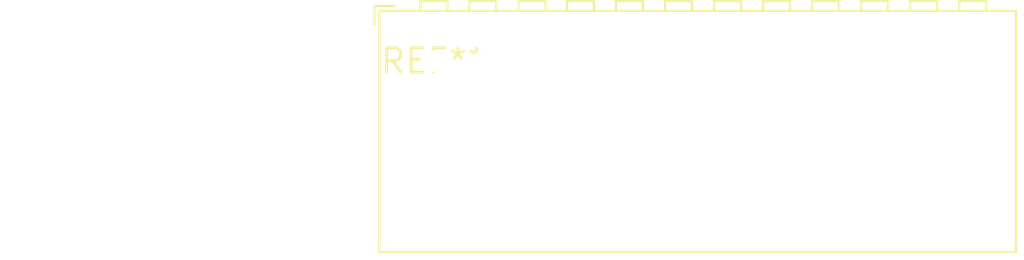
<source format=kicad_pcb>
(kicad_pcb (version 20240108) (generator pcbnew)
  (layers (0 "F.Cu" signal) (31 "B.Cu" signal) (34 "B.Paste" user) (35 "F.Paste" user) (36 "B.SilkS" user "B.Silkscreen") (37 "F.SilkS" user "F.Silkscreen") (38 "B.Mask" user) (39 "F.Mask" user) (44 "Edge.Cuts" user))
  (net 0 "")
  (footprint "TerminalBlock_WAGO_233-512_2x12_P2.54mm" (layer "F.Cu") (at 0 0)
    (property "Reference" "REF**")
    (property "Value" "TerminalBlock_WAGO_233-512_2x12_P2.54mm")
    (fp_line (start -3.05 -2.85) (end -3.05 -1.85) (layer "F.SilkS") (stroke (width 0.12)))
    (fp_line (start -3.05 -2.85) (end -2 -2.85) (layer "F.SilkS") (stroke (width 0.12)))
    (fp_line (start -2.8 -2.6) (end 30.18 -2.6) (layer "F.SilkS") (stroke (width 0.12)))
    (fp_line (start -2.8 9.9) (end -2.8 -2.6) (layer "F.SilkS") (stroke (width 0.12)))
    (fp_line (start 30.18 -2.6) (end 30.18 9.9) (layer "F.SilkS") (stroke (width 0.12)))
    (fp_line (start 30.18 9.9) (end -2.8 9.9) (layer "F.SilkS") (stroke (width 0.12)))
    (fp_rect (start -0.67 -3.1) (end 0.73 -2.6) (layer "F.SilkS") (stroke (width 0.12)) (fill none))
    (fp_rect (start 1.87 -3.1) (end 3.27 -2.6) (layer "F.SilkS") (stroke (width 0.12)) (fill none))
    (fp_rect (start 4.41 -3.1) (end 5.81 -2.6) (layer "F.SilkS") (stroke (width 0.12)) (fill none))
    (fp_rect (start 6.92 -3.1) (end 8.32 -2.6) (layer "F.SilkS") (stroke (width 0.12)) (fill none))
    (fp_rect (start 9.46 -3.100919) (end 10.86 -2.600919) (layer "F.SilkS") (stroke (width 0.12)) (fill none))
    (fp_rect (start 12 -3.100564) (end 13.4 -2.600564) (layer "F.SilkS") (stroke (width 0.12)) (fill none))
    (fp_rect (start 14.54 -3.1) (end 15.94 -2.6) (layer "F.SilkS") (stroke (width 0.12)) (fill none))
    (fp_rect (start 17.08 -3.1) (end 18.48 -2.6) (layer "F.SilkS") (stroke (width 0.12)) (fill none))
    (fp_rect (start 19.62 -3.1) (end 21.02 -2.6) (layer "F.SilkS") (stroke (width 0.12)) (fill none))
    (fp_rect (start 22.16 -3.1) (end 23.56 -2.6) (layer "F.SilkS") (stroke (width 0.12)) (fill none))
    (fp_rect (start 24.7 -3.1) (end 26.1 -2.6) (layer "F.SilkS") (stroke (width 0.12)) (fill none))
    (fp_rect (start 27.24 -3.1) (end 28.64 -2.6) (layer "F.SilkS") (stroke (width 0.12)) (fill none))
    (pad "1" thru_hole roundrect (at 0 0) (size 1.8 3.2) (drill 1.1) (layers *.Cu *.Mask) (remove_unused_layers) (roundrect_rratio 0.1388888889))
    (pad "1" thru_hole roundrect (at 0 5) (size 1.8 3.2) (drill 1.1) (layers *.Cu *.Mask) (remove_unused_layers) (roundrect_rratio 0.1388888889))
    (pad "2" thru_hole oval (at 2.54 0) (size 1.8 3.2) (drill 1.1) (layers *.Cu *.Mask) (remove_unused_layers))
    (pad "2" thru_hole oval (at 2.54 5) (size 1.8 3.2) (drill 1.1) (layers *.Cu *.Mask) (remove_unused_layers))
    (pad "3" thru_hole oval (at 5.08 0) (size 1.8 3.2) (drill 1.1) (layers *.Cu *.Mask) (remove_unused_layers))
    (pad "3" thru_hole oval (at 5.08 5) (size 1.8 3.2) (drill 1.1) (layers *.Cu *.Mask) (remove_unused_layers))
    (pad "4" thru_hole oval (at 7.62 0) (size 1.8 3.2) (drill 1.1) (layers *.Cu *.Mask) (remove_unused_layers))
    (pad "4" thru_hole oval (at 7.62 5) (size 1.8 3.2) (drill 1.1) (layers *.Cu *.Mask) (remove_unused_layers))
    (pad "5" thru_hole oval (at 10.16 0) (size 1.8 3.2) (drill 1.1) (layers *.Cu *.Mask) (remove_unused_layers))
    (pad "5" thru_hole oval (at 10.16 5) (size 1.8 3.2) (drill 1.1) (layers *.Cu *.Mask) (remove_unused_layers))
    (pad "6" thru_hole oval (at 12.7 0) (size 1.8 3.2) (drill 1.1) (layers *.Cu *.Mask) (remove_unused_layers))
    (pad "6" thru_hole oval (at 12.7 5) (size 1.8 3.2) (drill 1.1) (layers *.Cu *.Mask) (remove_unused_layers))
    (pad "7" thru_hole oval (at 15.24 0) (size 1.8 3.2) (drill 1.1) (layers *.Cu *.Mask) (remove_unused_layers))
    (pad "7" thru_hole oval (at 15.24 5) (size 1.8 3.2) (drill 1.1) (layers *.Cu *.Mask) (remove_unused_layers))
    (pad "8" thru_hole oval (at 17.78 0) (size 1.8 3.2) (drill 1.1) (layers *.Cu *.Mask) (remove_unused_layers))
    (pad "8" thru_hole oval (at 17.78 5) (size 1.8 3.2) (drill 1.1) (layers *.Cu *.Mask) (remove_unused_layers))
    (pad "9" thru_hole oval (at 20.32 0) (size 1.8 3.2) (drill 1.1) (layers *.Cu *.Mask) (remove_unused_layers))
    (pad "9" thru_hole oval (at 20.32 5) (size 1.8 3.2) (drill 1.1) (layers *.Cu *.Mask) (remove_unused_layers))
    (pad "10" thru_hole oval (at 22.86 0) (size 1.8 3.2) (drill 1.1) (layers *.Cu *.Mask) (remove_unused_layers))
    (pad "10" thru_hole oval (at 22.86 5) (size 1.8 3.2) (drill 1.1) (layers *.Cu *.Mask) (remove_unused_layers))
    (pad "11" thru_hole oval (at 25.4 0) (size 1.8 3.2) (drill 1.1) (layers *.Cu *.Mask) (remove_unused_layers))
    (pad "11" thru_hole oval (at 25.4 5) (size 1.8 3.2) (drill 1.1) (layers *.Cu *.Mask) (remove_unused_layers))
    (pad "12" thru_hole oval (at 27.94 0) (size 1.8 3.2) (drill 1.1) (layers *.Cu *.Mask) (remove_unused_layers))
    (pad "12" thru_hole oval (at 27.94 5) (size 1.8 3.2) (drill 1.1) (layers *.Cu *.Mask) (remove_unused_layers))
  )
)
</source>
